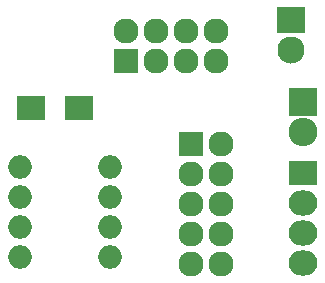
<source format=gbr>
G04 #@! TF.FileFunction,Soldermask,Top*
%FSLAX46Y46*%
G04 Gerber Fmt 4.6, Leading zero omitted, Abs format (unit mm)*
G04 Created by KiCad (PCBNEW 4.0.1-stable) date 2/3/2016 5:41:03 PM*
%MOMM*%
G01*
G04 APERTURE LIST*
%ADD10C,0.100000*%
%ADD11R,2.400000X2.000000*%
%ADD12R,2.400000X2.300000*%
%ADD13C,2.300000*%
%ADD14O,2.000000X2.000000*%
%ADD15R,2.127200X2.127200*%
%ADD16O,2.127200X2.127200*%
%ADD17R,2.432000X2.127200*%
%ADD18O,2.432000X2.127200*%
%ADD19R,2.432000X2.432000*%
%ADD20O,2.432000X2.432000*%
G04 APERTURE END LIST*
D10*
D11*
X133000000Y-108000000D03*
X129000000Y-108000000D03*
D12*
X151000000Y-100500000D03*
D13*
X151000000Y-103040000D03*
D14*
X128000000Y-113000000D03*
X128000000Y-115540000D03*
X128000000Y-118080000D03*
X128000000Y-120620000D03*
X135620000Y-120620000D03*
X135620000Y-118080000D03*
X135620000Y-115540000D03*
X135620000Y-113000000D03*
D15*
X142500000Y-111000000D03*
D16*
X145040000Y-111000000D03*
X142500000Y-113540000D03*
X145040000Y-113540000D03*
X142500000Y-116080000D03*
X145040000Y-116080000D03*
X142500000Y-118620000D03*
X145040000Y-118620000D03*
X142500000Y-121160000D03*
X145040000Y-121160000D03*
D15*
X137000000Y-104000000D03*
D16*
X137000000Y-101460000D03*
X139540000Y-104000000D03*
X139540000Y-101460000D03*
X142080000Y-104000000D03*
X142080000Y-101460000D03*
X144620000Y-104000000D03*
X144620000Y-101460000D03*
D17*
X152000000Y-113500000D03*
D18*
X152000000Y-116040000D03*
X152000000Y-118580000D03*
X152000000Y-121120000D03*
D19*
X152000000Y-107500000D03*
D20*
X152000000Y-110040000D03*
M02*

</source>
